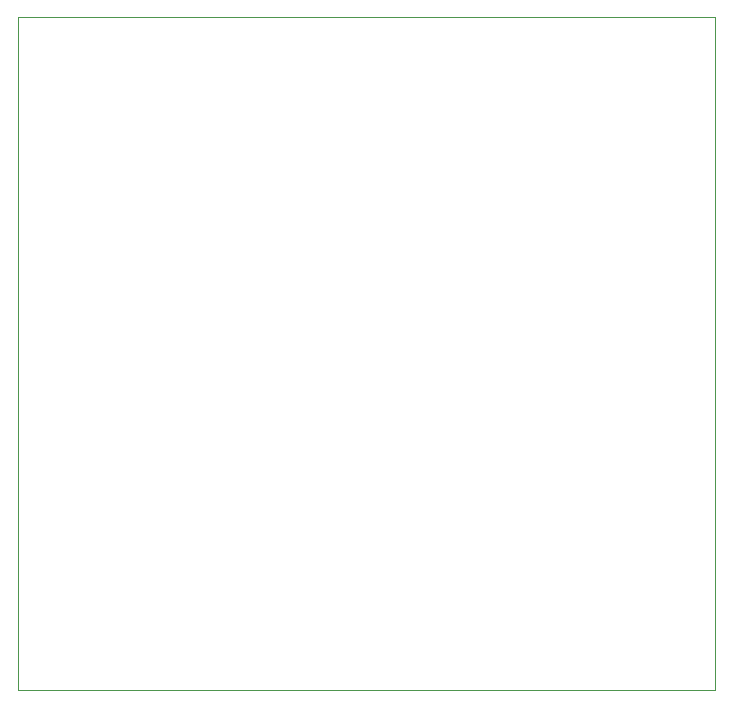
<source format=gm1>
G04 #@! TF.GenerationSoftware,KiCad,Pcbnew,8.0.0*
G04 #@! TF.CreationDate,2024-03-16T14:29:00-05:00*
G04 #@! TF.ProjectId,SensorModuleBase,53656e73-6f72-44d6-9f64-756c65426173,rev?*
G04 #@! TF.SameCoordinates,Original*
G04 #@! TF.FileFunction,Profile,NP*
%FSLAX46Y46*%
G04 Gerber Fmt 4.6, Leading zero omitted, Abs format (unit mm)*
G04 Created by KiCad (PCBNEW 8.0.0) date 2024-03-16 14:29:00*
%MOMM*%
%LPD*%
G01*
G04 APERTURE LIST*
G04 #@! TA.AperFunction,Profile*
%ADD10C,0.050000*%
G04 #@! TD*
G04 APERTURE END LIST*
D10*
X80000000Y-35000000D02*
X139000000Y-35000000D01*
X139000000Y-92000000D01*
X80000000Y-92000000D01*
X80000000Y-35000000D01*
M02*

</source>
